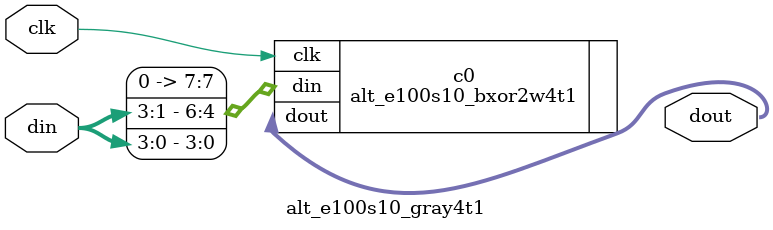
<source format=v>




`timescale 1ps/1ps

// DESCRIPTION
// 4 bit binary to gray.  Latency 1.
// Generated by one of Gregg's toys.   Share And Enjoy.

module alt_e100s10_gray4t1 #(
    parameter SIM_EMULATE = 1'b0
) (
    input clk,
    input [3:0] din,
    output [3:0] dout
);

alt_e100s10_bxor2w4t1 c0 (
    .clk(clk),
    .din({1'b0,din[3:1],din}),
    .dout(dout)
);
defparam c0 .SIM_EMULATE = SIM_EMULATE;

endmodule


</source>
